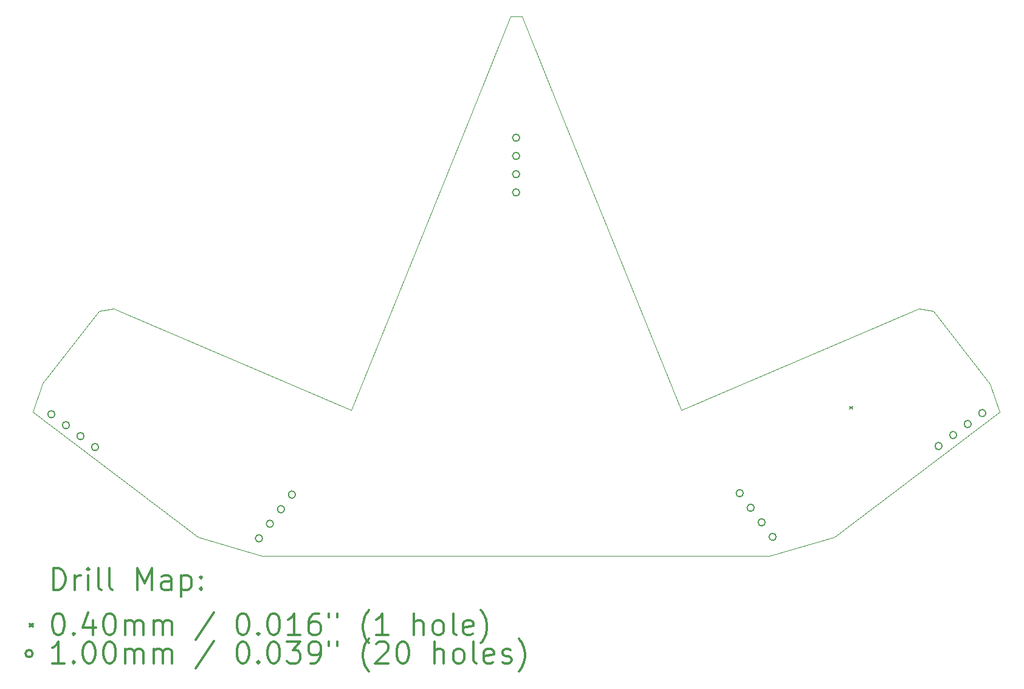
<source format=gbr>
%FSLAX45Y45*%
G04 Gerber Fmt 4.5, Leading zero omitted, Abs format (unit mm)*
G04 Created by KiCad (PCBNEW (5.1.4)-1) date 2024-04-24 20:57:03*
%MOMM*%
%LPD*%
G04 APERTURE LIST*
%ADD10C,0.050000*%
%ADD11C,0.200000*%
%ADD12C,0.300000*%
G04 APERTURE END LIST*
D10*
X17550877Y-658825D02*
X20865396Y760317D01*
X17550877Y-658825D02*
X15900876Y3421175D01*
X21849504Y-287313D02*
X21988295Y-684223D01*
X19682407Y-2424763D02*
X21988295Y-684223D01*
X8517683Y-682819D02*
X10823571Y-2423360D01*
X18780877Y-2688825D02*
X19682407Y-2424763D01*
X15900876Y3421175D02*
X15330876Y4831175D01*
X11710876Y-2688825D02*
X18780877Y-2688825D01*
X12950876Y-658825D02*
X9640583Y761721D01*
X12950876Y-658825D02*
X14600876Y3421175D01*
X11710876Y-2688825D02*
X10823571Y-2423360D01*
X14600876Y3421175D02*
X15170876Y4831175D01*
X15330876Y4831175D02*
X15170876Y4831175D01*
X21849504Y-287313D02*
X21064224Y722010D01*
X9640583Y761721D02*
X9441755Y723414D01*
X8656474Y-285910D02*
X8517683Y-682819D01*
X20865396Y760317D02*
X21064224Y722010D01*
X8656474Y-285910D02*
X9441755Y723414D01*
D11*
X19900000Y-600000D02*
X19940000Y-640000D01*
X19940000Y-600000D02*
X19900000Y-640000D01*
X21186514Y-1154791D02*
G75*
G03X21186514Y-1154791I-50000J0D01*
G01*
X21389368Y-1001930D02*
G75*
G03X21389368Y-1001930I-50000J0D01*
G01*
X21592221Y-849069D02*
G75*
G03X21592221Y-849069I-50000J0D01*
G01*
X21795074Y-696208D02*
G75*
G03X21795074Y-696208I-50000J0D01*
G01*
X8825702Y-711568D02*
G75*
G03X8825702Y-711568I-50000J0D01*
G01*
X9028555Y-864429D02*
G75*
G03X9028555Y-864429I-50000J0D01*
G01*
X9231408Y-1017290D02*
G75*
G03X9231408Y-1017290I-50000J0D01*
G01*
X9434262Y-1170151D02*
G75*
G03X9434262Y-1170151I-50000J0D01*
G01*
X15300876Y3141175D02*
G75*
G03X15300876Y3141175I-50000J0D01*
G01*
X15300876Y2887175D02*
G75*
G03X15300876Y2887175I-50000J0D01*
G01*
X15300876Y2633175D02*
G75*
G03X15300876Y2633175I-50000J0D01*
G01*
X15300876Y2379175D02*
G75*
G03X15300876Y2379175I-50000J0D01*
G01*
X18415781Y-1812723D02*
G75*
G03X18415781Y-1812723I-50000J0D01*
G01*
X18568642Y-2015576D02*
G75*
G03X18568642Y-2015576I-50000J0D01*
G01*
X18721503Y-2218430D02*
G75*
G03X18721503Y-2218430I-50000J0D01*
G01*
X18874364Y-2421283D02*
G75*
G03X18874364Y-2421283I-50000J0D01*
G01*
X11718428Y-2441144D02*
G75*
G03X11718428Y-2441144I-50000J0D01*
G01*
X11871289Y-2238290D02*
G75*
G03X11871289Y-2238290I-50000J0D01*
G01*
X12024150Y-2035437D02*
G75*
G03X12024150Y-2035437I-50000J0D01*
G01*
X12177011Y-1832583D02*
G75*
G03X12177011Y-1832583I-50000J0D01*
G01*
D12*
X8801612Y-3157039D02*
X8801612Y-2857039D01*
X8873040Y-2857039D01*
X8915897Y-2871325D01*
X8944469Y-2899896D01*
X8958754Y-2928468D01*
X8973040Y-2985611D01*
X8973040Y-3028468D01*
X8958754Y-3085611D01*
X8944469Y-3114182D01*
X8915897Y-3142753D01*
X8873040Y-3157039D01*
X8801612Y-3157039D01*
X9101612Y-3157039D02*
X9101612Y-2957039D01*
X9101612Y-3014182D02*
X9115897Y-2985611D01*
X9130183Y-2971325D01*
X9158754Y-2957039D01*
X9187326Y-2957039D01*
X9287326Y-3157039D02*
X9287326Y-2957039D01*
X9287326Y-2857039D02*
X9273040Y-2871325D01*
X9287326Y-2885611D01*
X9301612Y-2871325D01*
X9287326Y-2857039D01*
X9287326Y-2885611D01*
X9473040Y-3157039D02*
X9444469Y-3142753D01*
X9430183Y-3114182D01*
X9430183Y-2857039D01*
X9630183Y-3157039D02*
X9601612Y-3142753D01*
X9587326Y-3114182D01*
X9587326Y-2857039D01*
X9973040Y-3157039D02*
X9973040Y-2857039D01*
X10073040Y-3071325D01*
X10173040Y-2857039D01*
X10173040Y-3157039D01*
X10444469Y-3157039D02*
X10444469Y-2999896D01*
X10430183Y-2971325D01*
X10401612Y-2957039D01*
X10344469Y-2957039D01*
X10315897Y-2971325D01*
X10444469Y-3142753D02*
X10415897Y-3157039D01*
X10344469Y-3157039D01*
X10315897Y-3142753D01*
X10301612Y-3114182D01*
X10301612Y-3085611D01*
X10315897Y-3057039D01*
X10344469Y-3042753D01*
X10415897Y-3042753D01*
X10444469Y-3028468D01*
X10587326Y-2957039D02*
X10587326Y-3257039D01*
X10587326Y-2971325D02*
X10615897Y-2957039D01*
X10673040Y-2957039D01*
X10701612Y-2971325D01*
X10715897Y-2985611D01*
X10730183Y-3014182D01*
X10730183Y-3099896D01*
X10715897Y-3128468D01*
X10701612Y-3142753D01*
X10673040Y-3157039D01*
X10615897Y-3157039D01*
X10587326Y-3142753D01*
X10858754Y-3128468D02*
X10873040Y-3142753D01*
X10858754Y-3157039D01*
X10844469Y-3142753D01*
X10858754Y-3128468D01*
X10858754Y-3157039D01*
X10858754Y-2971325D02*
X10873040Y-2985611D01*
X10858754Y-2999896D01*
X10844469Y-2985611D01*
X10858754Y-2971325D01*
X10858754Y-2999896D01*
X8475183Y-3631325D02*
X8515183Y-3671325D01*
X8515183Y-3631325D02*
X8475183Y-3671325D01*
X8858754Y-3487039D02*
X8887326Y-3487039D01*
X8915897Y-3501325D01*
X8930183Y-3515611D01*
X8944469Y-3544182D01*
X8958754Y-3601325D01*
X8958754Y-3672753D01*
X8944469Y-3729896D01*
X8930183Y-3758468D01*
X8915897Y-3772753D01*
X8887326Y-3787039D01*
X8858754Y-3787039D01*
X8830183Y-3772753D01*
X8815897Y-3758468D01*
X8801612Y-3729896D01*
X8787326Y-3672753D01*
X8787326Y-3601325D01*
X8801612Y-3544182D01*
X8815897Y-3515611D01*
X8830183Y-3501325D01*
X8858754Y-3487039D01*
X9087326Y-3758468D02*
X9101612Y-3772753D01*
X9087326Y-3787039D01*
X9073040Y-3772753D01*
X9087326Y-3758468D01*
X9087326Y-3787039D01*
X9358754Y-3587039D02*
X9358754Y-3787039D01*
X9287326Y-3472753D02*
X9215897Y-3687039D01*
X9401612Y-3687039D01*
X9573040Y-3487039D02*
X9601612Y-3487039D01*
X9630183Y-3501325D01*
X9644469Y-3515611D01*
X9658754Y-3544182D01*
X9673040Y-3601325D01*
X9673040Y-3672753D01*
X9658754Y-3729896D01*
X9644469Y-3758468D01*
X9630183Y-3772753D01*
X9601612Y-3787039D01*
X9573040Y-3787039D01*
X9544469Y-3772753D01*
X9530183Y-3758468D01*
X9515897Y-3729896D01*
X9501612Y-3672753D01*
X9501612Y-3601325D01*
X9515897Y-3544182D01*
X9530183Y-3515611D01*
X9544469Y-3501325D01*
X9573040Y-3487039D01*
X9801612Y-3787039D02*
X9801612Y-3587039D01*
X9801612Y-3615611D02*
X9815897Y-3601325D01*
X9844469Y-3587039D01*
X9887326Y-3587039D01*
X9915897Y-3601325D01*
X9930183Y-3629896D01*
X9930183Y-3787039D01*
X9930183Y-3629896D02*
X9944469Y-3601325D01*
X9973040Y-3587039D01*
X10015897Y-3587039D01*
X10044469Y-3601325D01*
X10058754Y-3629896D01*
X10058754Y-3787039D01*
X10201612Y-3787039D02*
X10201612Y-3587039D01*
X10201612Y-3615611D02*
X10215897Y-3601325D01*
X10244469Y-3587039D01*
X10287326Y-3587039D01*
X10315897Y-3601325D01*
X10330183Y-3629896D01*
X10330183Y-3787039D01*
X10330183Y-3629896D02*
X10344469Y-3601325D01*
X10373040Y-3587039D01*
X10415897Y-3587039D01*
X10444469Y-3601325D01*
X10458754Y-3629896D01*
X10458754Y-3787039D01*
X11044469Y-3472753D02*
X10787326Y-3858468D01*
X11430183Y-3487039D02*
X11458754Y-3487039D01*
X11487326Y-3501325D01*
X11501611Y-3515611D01*
X11515897Y-3544182D01*
X11530183Y-3601325D01*
X11530183Y-3672753D01*
X11515897Y-3729896D01*
X11501611Y-3758468D01*
X11487326Y-3772753D01*
X11458754Y-3787039D01*
X11430183Y-3787039D01*
X11401611Y-3772753D01*
X11387326Y-3758468D01*
X11373040Y-3729896D01*
X11358754Y-3672753D01*
X11358754Y-3601325D01*
X11373040Y-3544182D01*
X11387326Y-3515611D01*
X11401611Y-3501325D01*
X11430183Y-3487039D01*
X11658754Y-3758468D02*
X11673040Y-3772753D01*
X11658754Y-3787039D01*
X11644469Y-3772753D01*
X11658754Y-3758468D01*
X11658754Y-3787039D01*
X11858754Y-3487039D02*
X11887326Y-3487039D01*
X11915897Y-3501325D01*
X11930183Y-3515611D01*
X11944469Y-3544182D01*
X11958754Y-3601325D01*
X11958754Y-3672753D01*
X11944469Y-3729896D01*
X11930183Y-3758468D01*
X11915897Y-3772753D01*
X11887326Y-3787039D01*
X11858754Y-3787039D01*
X11830183Y-3772753D01*
X11815897Y-3758468D01*
X11801611Y-3729896D01*
X11787326Y-3672753D01*
X11787326Y-3601325D01*
X11801611Y-3544182D01*
X11815897Y-3515611D01*
X11830183Y-3501325D01*
X11858754Y-3487039D01*
X12244469Y-3787039D02*
X12073040Y-3787039D01*
X12158754Y-3787039D02*
X12158754Y-3487039D01*
X12130183Y-3529896D01*
X12101611Y-3558468D01*
X12073040Y-3572753D01*
X12501611Y-3487039D02*
X12444469Y-3487039D01*
X12415897Y-3501325D01*
X12401611Y-3515611D01*
X12373040Y-3558468D01*
X12358754Y-3615611D01*
X12358754Y-3729896D01*
X12373040Y-3758468D01*
X12387326Y-3772753D01*
X12415897Y-3787039D01*
X12473040Y-3787039D01*
X12501611Y-3772753D01*
X12515897Y-3758468D01*
X12530183Y-3729896D01*
X12530183Y-3658468D01*
X12515897Y-3629896D01*
X12501611Y-3615611D01*
X12473040Y-3601325D01*
X12415897Y-3601325D01*
X12387326Y-3615611D01*
X12373040Y-3629896D01*
X12358754Y-3658468D01*
X12644469Y-3487039D02*
X12644469Y-3544182D01*
X12758754Y-3487039D02*
X12758754Y-3544182D01*
X13201611Y-3901325D02*
X13187326Y-3887039D01*
X13158754Y-3844182D01*
X13144469Y-3815611D01*
X13130183Y-3772753D01*
X13115897Y-3701325D01*
X13115897Y-3644182D01*
X13130183Y-3572753D01*
X13144469Y-3529896D01*
X13158754Y-3501325D01*
X13187326Y-3458468D01*
X13201611Y-3444182D01*
X13473040Y-3787039D02*
X13301611Y-3787039D01*
X13387326Y-3787039D02*
X13387326Y-3487039D01*
X13358754Y-3529896D01*
X13330183Y-3558468D01*
X13301611Y-3572753D01*
X13830183Y-3787039D02*
X13830183Y-3487039D01*
X13958754Y-3787039D02*
X13958754Y-3629896D01*
X13944469Y-3601325D01*
X13915897Y-3587039D01*
X13873040Y-3587039D01*
X13844469Y-3601325D01*
X13830183Y-3615611D01*
X14144469Y-3787039D02*
X14115897Y-3772753D01*
X14101611Y-3758468D01*
X14087326Y-3729896D01*
X14087326Y-3644182D01*
X14101611Y-3615611D01*
X14115897Y-3601325D01*
X14144469Y-3587039D01*
X14187326Y-3587039D01*
X14215897Y-3601325D01*
X14230183Y-3615611D01*
X14244469Y-3644182D01*
X14244469Y-3729896D01*
X14230183Y-3758468D01*
X14215897Y-3772753D01*
X14187326Y-3787039D01*
X14144469Y-3787039D01*
X14415897Y-3787039D02*
X14387326Y-3772753D01*
X14373040Y-3744182D01*
X14373040Y-3487039D01*
X14644469Y-3772753D02*
X14615897Y-3787039D01*
X14558754Y-3787039D01*
X14530183Y-3772753D01*
X14515897Y-3744182D01*
X14515897Y-3629896D01*
X14530183Y-3601325D01*
X14558754Y-3587039D01*
X14615897Y-3587039D01*
X14644469Y-3601325D01*
X14658754Y-3629896D01*
X14658754Y-3658468D01*
X14515897Y-3687039D01*
X14758754Y-3901325D02*
X14773040Y-3887039D01*
X14801611Y-3844182D01*
X14815897Y-3815611D01*
X14830183Y-3772753D01*
X14844469Y-3701325D01*
X14844469Y-3644182D01*
X14830183Y-3572753D01*
X14815897Y-3529896D01*
X14801611Y-3501325D01*
X14773040Y-3458468D01*
X14758754Y-3444182D01*
X8515183Y-4047325D02*
G75*
G03X8515183Y-4047325I-50000J0D01*
G01*
X8958754Y-4183039D02*
X8787326Y-4183039D01*
X8873040Y-4183039D02*
X8873040Y-3883039D01*
X8844469Y-3925896D01*
X8815897Y-3954468D01*
X8787326Y-3968753D01*
X9087326Y-4154468D02*
X9101612Y-4168753D01*
X9087326Y-4183039D01*
X9073040Y-4168753D01*
X9087326Y-4154468D01*
X9087326Y-4183039D01*
X9287326Y-3883039D02*
X9315897Y-3883039D01*
X9344469Y-3897325D01*
X9358754Y-3911611D01*
X9373040Y-3940182D01*
X9387326Y-3997325D01*
X9387326Y-4068753D01*
X9373040Y-4125896D01*
X9358754Y-4154468D01*
X9344469Y-4168753D01*
X9315897Y-4183039D01*
X9287326Y-4183039D01*
X9258754Y-4168753D01*
X9244469Y-4154468D01*
X9230183Y-4125896D01*
X9215897Y-4068753D01*
X9215897Y-3997325D01*
X9230183Y-3940182D01*
X9244469Y-3911611D01*
X9258754Y-3897325D01*
X9287326Y-3883039D01*
X9573040Y-3883039D02*
X9601612Y-3883039D01*
X9630183Y-3897325D01*
X9644469Y-3911611D01*
X9658754Y-3940182D01*
X9673040Y-3997325D01*
X9673040Y-4068753D01*
X9658754Y-4125896D01*
X9644469Y-4154468D01*
X9630183Y-4168753D01*
X9601612Y-4183039D01*
X9573040Y-4183039D01*
X9544469Y-4168753D01*
X9530183Y-4154468D01*
X9515897Y-4125896D01*
X9501612Y-4068753D01*
X9501612Y-3997325D01*
X9515897Y-3940182D01*
X9530183Y-3911611D01*
X9544469Y-3897325D01*
X9573040Y-3883039D01*
X9801612Y-4183039D02*
X9801612Y-3983039D01*
X9801612Y-4011611D02*
X9815897Y-3997325D01*
X9844469Y-3983039D01*
X9887326Y-3983039D01*
X9915897Y-3997325D01*
X9930183Y-4025896D01*
X9930183Y-4183039D01*
X9930183Y-4025896D02*
X9944469Y-3997325D01*
X9973040Y-3983039D01*
X10015897Y-3983039D01*
X10044469Y-3997325D01*
X10058754Y-4025896D01*
X10058754Y-4183039D01*
X10201612Y-4183039D02*
X10201612Y-3983039D01*
X10201612Y-4011611D02*
X10215897Y-3997325D01*
X10244469Y-3983039D01*
X10287326Y-3983039D01*
X10315897Y-3997325D01*
X10330183Y-4025896D01*
X10330183Y-4183039D01*
X10330183Y-4025896D02*
X10344469Y-3997325D01*
X10373040Y-3983039D01*
X10415897Y-3983039D01*
X10444469Y-3997325D01*
X10458754Y-4025896D01*
X10458754Y-4183039D01*
X11044469Y-3868753D02*
X10787326Y-4254468D01*
X11430183Y-3883039D02*
X11458754Y-3883039D01*
X11487326Y-3897325D01*
X11501611Y-3911611D01*
X11515897Y-3940182D01*
X11530183Y-3997325D01*
X11530183Y-4068753D01*
X11515897Y-4125896D01*
X11501611Y-4154468D01*
X11487326Y-4168753D01*
X11458754Y-4183039D01*
X11430183Y-4183039D01*
X11401611Y-4168753D01*
X11387326Y-4154468D01*
X11373040Y-4125896D01*
X11358754Y-4068753D01*
X11358754Y-3997325D01*
X11373040Y-3940182D01*
X11387326Y-3911611D01*
X11401611Y-3897325D01*
X11430183Y-3883039D01*
X11658754Y-4154468D02*
X11673040Y-4168753D01*
X11658754Y-4183039D01*
X11644469Y-4168753D01*
X11658754Y-4154468D01*
X11658754Y-4183039D01*
X11858754Y-3883039D02*
X11887326Y-3883039D01*
X11915897Y-3897325D01*
X11930183Y-3911611D01*
X11944469Y-3940182D01*
X11958754Y-3997325D01*
X11958754Y-4068753D01*
X11944469Y-4125896D01*
X11930183Y-4154468D01*
X11915897Y-4168753D01*
X11887326Y-4183039D01*
X11858754Y-4183039D01*
X11830183Y-4168753D01*
X11815897Y-4154468D01*
X11801611Y-4125896D01*
X11787326Y-4068753D01*
X11787326Y-3997325D01*
X11801611Y-3940182D01*
X11815897Y-3911611D01*
X11830183Y-3897325D01*
X11858754Y-3883039D01*
X12058754Y-3883039D02*
X12244469Y-3883039D01*
X12144469Y-3997325D01*
X12187326Y-3997325D01*
X12215897Y-4011611D01*
X12230183Y-4025896D01*
X12244469Y-4054468D01*
X12244469Y-4125896D01*
X12230183Y-4154468D01*
X12215897Y-4168753D01*
X12187326Y-4183039D01*
X12101611Y-4183039D01*
X12073040Y-4168753D01*
X12058754Y-4154468D01*
X12387326Y-4183039D02*
X12444469Y-4183039D01*
X12473040Y-4168753D01*
X12487326Y-4154468D01*
X12515897Y-4111611D01*
X12530183Y-4054468D01*
X12530183Y-3940182D01*
X12515897Y-3911611D01*
X12501611Y-3897325D01*
X12473040Y-3883039D01*
X12415897Y-3883039D01*
X12387326Y-3897325D01*
X12373040Y-3911611D01*
X12358754Y-3940182D01*
X12358754Y-4011611D01*
X12373040Y-4040182D01*
X12387326Y-4054468D01*
X12415897Y-4068753D01*
X12473040Y-4068753D01*
X12501611Y-4054468D01*
X12515897Y-4040182D01*
X12530183Y-4011611D01*
X12644469Y-3883039D02*
X12644469Y-3940182D01*
X12758754Y-3883039D02*
X12758754Y-3940182D01*
X13201611Y-4297325D02*
X13187326Y-4283039D01*
X13158754Y-4240182D01*
X13144469Y-4211611D01*
X13130183Y-4168753D01*
X13115897Y-4097325D01*
X13115897Y-4040182D01*
X13130183Y-3968753D01*
X13144469Y-3925896D01*
X13158754Y-3897325D01*
X13187326Y-3854468D01*
X13201611Y-3840182D01*
X13301611Y-3911611D02*
X13315897Y-3897325D01*
X13344469Y-3883039D01*
X13415897Y-3883039D01*
X13444469Y-3897325D01*
X13458754Y-3911611D01*
X13473040Y-3940182D01*
X13473040Y-3968753D01*
X13458754Y-4011611D01*
X13287326Y-4183039D01*
X13473040Y-4183039D01*
X13658754Y-3883039D02*
X13687326Y-3883039D01*
X13715897Y-3897325D01*
X13730183Y-3911611D01*
X13744469Y-3940182D01*
X13758754Y-3997325D01*
X13758754Y-4068753D01*
X13744469Y-4125896D01*
X13730183Y-4154468D01*
X13715897Y-4168753D01*
X13687326Y-4183039D01*
X13658754Y-4183039D01*
X13630183Y-4168753D01*
X13615897Y-4154468D01*
X13601611Y-4125896D01*
X13587326Y-4068753D01*
X13587326Y-3997325D01*
X13601611Y-3940182D01*
X13615897Y-3911611D01*
X13630183Y-3897325D01*
X13658754Y-3883039D01*
X14115897Y-4183039D02*
X14115897Y-3883039D01*
X14244469Y-4183039D02*
X14244469Y-4025896D01*
X14230183Y-3997325D01*
X14201611Y-3983039D01*
X14158754Y-3983039D01*
X14130183Y-3997325D01*
X14115897Y-4011611D01*
X14430183Y-4183039D02*
X14401611Y-4168753D01*
X14387326Y-4154468D01*
X14373040Y-4125896D01*
X14373040Y-4040182D01*
X14387326Y-4011611D01*
X14401611Y-3997325D01*
X14430183Y-3983039D01*
X14473040Y-3983039D01*
X14501611Y-3997325D01*
X14515897Y-4011611D01*
X14530183Y-4040182D01*
X14530183Y-4125896D01*
X14515897Y-4154468D01*
X14501611Y-4168753D01*
X14473040Y-4183039D01*
X14430183Y-4183039D01*
X14701611Y-4183039D02*
X14673040Y-4168753D01*
X14658754Y-4140182D01*
X14658754Y-3883039D01*
X14930183Y-4168753D02*
X14901611Y-4183039D01*
X14844469Y-4183039D01*
X14815897Y-4168753D01*
X14801611Y-4140182D01*
X14801611Y-4025896D01*
X14815897Y-3997325D01*
X14844469Y-3983039D01*
X14901611Y-3983039D01*
X14930183Y-3997325D01*
X14944469Y-4025896D01*
X14944469Y-4054468D01*
X14801611Y-4083039D01*
X15058754Y-4168753D02*
X15087326Y-4183039D01*
X15144469Y-4183039D01*
X15173040Y-4168753D01*
X15187326Y-4140182D01*
X15187326Y-4125896D01*
X15173040Y-4097325D01*
X15144469Y-4083039D01*
X15101611Y-4083039D01*
X15073040Y-4068753D01*
X15058754Y-4040182D01*
X15058754Y-4025896D01*
X15073040Y-3997325D01*
X15101611Y-3983039D01*
X15144469Y-3983039D01*
X15173040Y-3997325D01*
X15287326Y-4297325D02*
X15301611Y-4283039D01*
X15330183Y-4240182D01*
X15344469Y-4211611D01*
X15358754Y-4168753D01*
X15373040Y-4097325D01*
X15373040Y-4040182D01*
X15358754Y-3968753D01*
X15344469Y-3925896D01*
X15330183Y-3897325D01*
X15301611Y-3854468D01*
X15287326Y-3840182D01*
M02*

</source>
